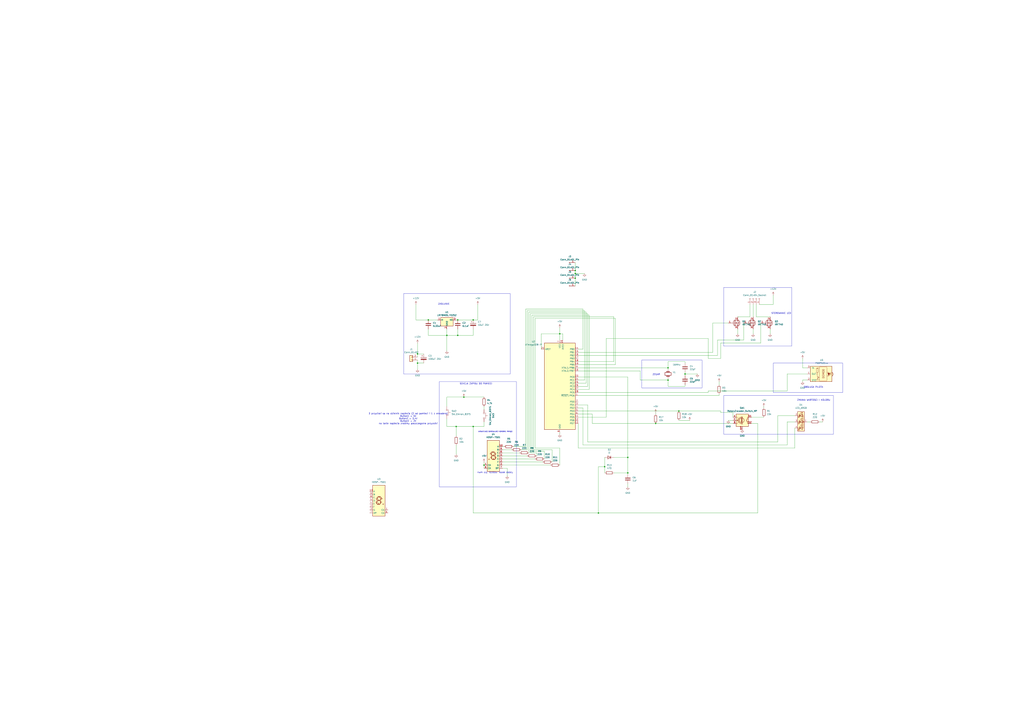
<source format=kicad_sch>
(kicad_sch (version 20231120) (generator "eeschema") (generator_version "8.0")
  (paper "A1")
  (lib_symbols
    (symbol "Connector:Conn_01x01_Pin" (pin_names (offset 1.016) hide)
      (property "Reference" "J" (at 0 2.54 0))
      (property "Value" "Conn_01x01_Pin" (at 0 -2.54 0))
      (symbol "Conn_01x01_Pin_1_1"
        (pin passive line (at 5.08 0 180) (length 3.81) (name "Pin_1") (number "1"))
      )
    )
    (symbol "Connector:Conn_01x04_Socket" (pin_names (offset 1.016) hide)
      (property "Reference" "J" (at 0 5.08 0))
      (property "Value" "Conn_01x04_Socket" (at 0 -7.62 0))
      (symbol "Conn_01x04_Socket_1_1"
        (pin passive line (at -5.08 2.54 0) (length 3.81) (name "Pin_1") (number "1"))
        (pin passive line (at -5.08 0 0) (length 3.81) (name "Pin_2") (number "2"))
        (pin passive line (at -5.08 -2.54 0) (length 3.81) (name "Pin_3") (number "3"))
        (pin passive line (at -5.08 -5.08 0) (length 3.81) (name "Pin_4") (number "4"))
      )
    )
    (symbol "Connector_Generic:Conn_01x02" (pin_names (offset 1.016) hide)
      (property "Reference" "J" (at 0 2.54 0))
      (property "Value" "Conn_01x02" (at 0 -5.08 0))
      (symbol "Conn_01x02_1_1"
        (pin passive line (at -5.08 0 0) (length 3.81) (name "Pin_1") (number "1"))
        (pin passive line (at -5.08 -2.54 0) (length 3.81) (name "Pin_2") (number "2"))
      )
    )
    (symbol "Device:C" (pin_numbers hide) (pin_names (offset 0.254))
      (property "Reference" "C" (at 0.635 2.54 0))
      (property "Value" "C" (at 0.635 -2.54 0))
      (symbol "C_1_1"
        (pin passive line (at 0 3.81 270) (length 2.794) (name "~") (number "1"))
        (pin passive line (at 0 -3.81 90) (length 2.794) (name "~") (number "2"))
      )
    )
    (symbol "Device:C_Polarized" (pin_numbers hide) (pin_names (offset 0.254))
      (property "Reference" "C" (at 0.635 2.54 0))
      (property "Value" "C_Polarized" (at 0.635 -2.54 0))
      (symbol "C_Polarized_1_1"
        (pin passive line (at 0 3.81 270) (length 2.794) (name "~") (number "1"))
        (pin passive line (at 0 -3.81 90) (length 2.794) (name "~") (number "2"))
      )
    )
    (symbol "Device:Crystal" (pin_numbers hide) (pin_names (offset 1.016) hide)
      (property "Reference" "Y" (at 0 3.81 0))
      (property "Value" "Crystal" (at 0 -3.81 0))
      (symbol "Crystal_1_1"
        (pin passive line (at -3.81 0 0) (length 1.27) (name "1") (number "1"))
        (pin passive line (at 3.81 0 180) (length 1.27) (name "2") (number "2"))
      )
    )
    (symbol "Device:D" (pin_numbers hide) (pin_names (offset 1.016) hide)
      (property "Reference" "D" (at 0 2.54 0))
      (property "Value" "D" (at 0 -2.54 0))
      (symbol "D_1_1"
        (pin passive line (at -3.81 0 0) (length 2.54) (name "K") (number "1"))
        (pin passive line (at 3.81 0 180) (length 2.54) (name "A") (number "2"))
      )
    )
    (symbol "Device:LED_ARGB" (pin_names (offset 0) hide)
      (property "Reference" "D" (at 0 9.398 0))
      (property "Value" "LED_ARGB" (at 0 -8.89 0))
      (symbol "LED_ARGB_0_0"
        (text "B" (at -1.905 -6.35 0) (effects (font (size 1.27 1.27))))
        (text "G" (at -1.905 -1.27 0) (effects (font (size 1.27 1.27))))
        (text "R" (at -1.905 3.81 0) (effects (font (size 1.27 1.27))))
      )
      (symbol "LED_ARGB_1_1"
        (pin passive line (at 5.08 0 180) (length 2.54) (name "A") (number "1"))
        (pin passive line (at -5.08 5.08 0) (length 2.54) (name "RK") (number "2"))
        (pin passive line (at -5.08 0 0) (length 2.54) (name "GK") (number "3"))
        (pin passive line (at -5.08 -5.08 0) (length 2.54) (name "BK") (number "4"))
      )
    )
    (symbol "Device:R" (pin_numbers hide) (pin_names (offset 0))
      (property "Reference" "R" (at 2.032 0 90))
      (property "Value" "R" (at 0 0 90))
      (symbol "R_1_1"
        (pin passive line (at 0 3.81 270) (length 1.27) (name "~") (number "1"))
        (pin passive line (at 0 -3.81 90) (length 1.27) (name "~") (number "2"))
      )
    )
    (symbol "Device:RotaryEncoder_Switch_MP" (pin_names (offset 0.254) hide)
      (property "Reference" "SW" (at 0 8.89 0))
      (property "Value" "RotaryEncoder_Switch_MP" (at 0 6.35 0))
      (symbol "RotaryEncoder_Switch_MP_1_1"
        (pin passive line (at -7.62 2.54 0) (length 2.54) (name "A") (number "A"))
        (pin passive line (at -7.62 -2.54 0) (length 2.54) (name "B") (number "B"))
        (pin passive line (at -7.62 0 0) (length 2.54) (name "C") (number "C"))
        (pin passive line (at 0 -7.62 90) (length 2.54) (name "MP") (number "MP"))
        (pin passive line (at 7.62 2.54 180) (length 2.54) (name "S1") (number "S1"))
        (pin passive line (at 7.62 -2.54 180) (length 2.54) (name "S2") (number "S2"))
      )
    )
    (symbol "Display_Character:HDSP-7501"
      (property "Reference" "U" (at -3.81 13.97 0))
      (property "Value" "HDSP-7501" (at 6.35 13.97 0))
      (symbol "HDSP-7501_1_0"
        (text "A" (at 0.254 2.413 0) (effects (font (size 0.508 0.508))))
        (text "B" (at 2.54 1.651 0) (effects (font (size 0.508 0.508))))
        (text "C" (at 2.286 -1.397 0) (effects (font (size 0.508 0.508))))
        (text "D" (at -0.254 -2.159 0) (effects (font (size 0.508 0.508))))
        (text "DP" (at 3.556 -2.921 0) (effects (font (size 0.508 0.508))))
        (text "E" (at -2.54 -1.397 0) (effects (font (size 0.508 0.508))))
        (text "F" (at -2.286 1.651 0) (effects (font (size 0.508 0.508))))
        (text "G" (at 0 0.889 0) (effects (font (size 0.508 0.508))))
      )
      (symbol "HDSP-7501_1_1"
        (pin input line (at 7.62 -7.62 180) (length 2.54) (name "CA") (number "1"))
        (pin input line (at -7.62 7.62 0) (length 2.54) (name "A") (number "10"))
        (pin input line (at -7.62 -5.08 0) (length 2.54) (name "F") (number "2"))
        (pin input line (at -7.62 -7.62 0) (length 2.54) (name "G") (number "3"))
        (pin input line (at -7.62 -2.54 0) (length 2.54) (name "E") (number "4"))
        (pin input line (at -7.62 0 0) (length 2.54) (name "D") (number "5"))
        (pin input line (at 7.62 -10.16 180) (length 2.54) (name "CA") (number "6"))
        (pin input line (at -7.62 -10.16 0) (length 2.54) (name "DP") (number "7"))
        (pin input line (at -7.62 2.54 0) (length 2.54) (name "C") (number "8"))
        (pin input line (at -7.62 5.08 0) (length 2.54) (name "B") (number "9"))
      )
    )
    (symbol "Interface_Optical:TSOP531xx" (pin_names (offset 1.016))
      (property "Reference" "U" (at -10.16 7.62 0))
      (property "Value" "TSOP531xx" (at -10.16 -7.62 0))
      (symbol "TSOP531xx_0_0"
        (text "DEMOD" (at -3.175 0.254 900) (effects (font (size 1.524 1.524))))
      )
      (symbol "TSOP531xx_1_1"
        (pin output line (at 10.16 0 180) (length 2.54) (name "OUT") (number "1"))
        (pin power_in line (at 10.16 -5.08 180) (length 2.54) (name "GND") (number "2"))
        (pin power_in line (at 10.16 5.08 180) (length 2.54) (name "Vs") (number "3"))
      )
    )
    (symbol "MCU_Microchip_ATmega:ATmega328-P"
      (property "Reference" "U" (at -12.7 36.83 0))
      (property "Value" "ATmega328-P" (at 2.54 -36.83 0))
      (symbol "ATmega328-P_1_1"
        (pin bidirectional line (at 15.24 -7.62 180) (length 2.54) (name "~{RESET}/PC6") (number "1"))
        (pin bidirectional line (at 15.24 12.7 180) (length 2.54) (name "XTAL2/PB7") (number "10"))
        (pin bidirectional line (at 15.24 -25.4 180) (length 2.54) (name "PD5") (number "11"))
        (pin bidirectional line (at 15.24 -27.94 180) (length 2.54) (name "PD6") (number "12"))
        (pin bidirectional line (at 15.24 -30.48 180) (length 2.54) (name "PD7") (number "13"))
        (pin bidirectional line (at 15.24 30.48 180) (length 2.54) (name "PB0") (number "14"))
        (pin bidirectional line (at 15.24 27.94 180) (length 2.54) (name "PB1") (number "15"))
        (pin bidirectional line (at 15.24 25.4 180) (length 2.54) (name "PB2") (number "16"))
        (pin bidirectional line (at 15.24 22.86 180) (length 2.54) (name "PB3") (number "17"))
        (pin bidirectional line (at 15.24 20.32 180) (length 2.54) (name "PB4") (number "18"))
        (pin bidirectional line (at 15.24 17.78 180) (length 2.54) (name "PB5") (number "19"))
        (pin bidirectional line (at 15.24 -12.7 180) (length 2.54) (name "PD0") (number "2"))
        (pin power_in line (at 2.54 38.1 270) (length 2.54) (name "AVCC") (number "20"))
        (pin passive line (at -15.24 30.48 0) (length 2.54) (name "AREF") (number "21"))
        (pin passive line (at 0 -38.1 90) (length 2.54) hide (name "GND") (number "22"))
        (pin bidirectional line (at 15.24 7.62 180) (length 2.54) (name "PC0") (number "23"))
        (pin bidirectional line (at 15.24 5.08 180) (length 2.54) (name "PC1") (number "24"))
        (pin bidirectional line (at 15.24 2.54 180) (length 2.54) (name "PC2") (number "25"))
        (pin bidirectional line (at 15.24 0 180) (length 2.54) (name "PC3") (number "26"))
        (pin bidirectional line (at 15.24 -2.54 180) (length 2.54) (name "PC4") (number "27"))
        (pin bidirectional line (at 15.24 -5.08 180) (length 2.54) (name "PC5") (number "28"))
        (pin bidirectional line (at 15.24 -15.24 180) (length 2.54) (name "PD1") (number "3"))
        (pin bidirectional line (at 15.24 -17.78 180) (length 2.54) (name "PD2") (number "4"))
        (pin bidirectional line (at 15.24 -20.32 180) (length 2.54) (name "PD3") (number "5"))
        (pin bidirectional line (at 15.24 -22.86 180) (length 2.54) (name "PD4") (number "6"))
        (pin power_in line (at 0 38.1 270) (length 2.54) (name "VCC") (number "7"))
        (pin power_in line (at 0 -38.1 90) (length 2.54) (name "GND") (number "8"))
        (pin bidirectional line (at 15.24 15.24 180) (length 2.54) (name "XTAL1/PB6") (number "9"))
      )
    )
    (symbol "Regulator_Linear:LM78M05_TO252" (pin_names (offset 0.254))
      (property "Reference" "U" (at -3.81 3.175 0))
      (property "Value" "LM78M05_TO252" (at 0 3.175 0))
      (symbol "LM78M05_TO252_1_1"
        (pin power_in line (at -7.62 0 0) (length 2.54) (name "VI") (number "1"))
        (pin power_in line (at 0 -7.62 90) (length 2.54) (name "GND") (number "2"))
        (pin power_out line (at 7.62 0 180) (length 2.54) (name "VO") (number "3"))
      )
    )
    (symbol "Switch:SW_Omron_B3FS" (pin_numbers hide) (pin_names (offset 1.016) hide)
      (property "Reference" "SW" (at 1.27 2.54 0))
      (property "Value" "SW_Omron_B3FS" (at 0 -1.524 0))
      (symbol "SW_Omron_B3FS_0_1"
        (pin passive line (at -5.08 0 0) (length 2.54) (name "1") (number "1"))
        (pin passive line (at 5.08 0 180) (length 2.54) (name "2") (number "2"))
      )
    )
    (symbol "Transistor_FET:IRF740" (pin_names hide)
      (property "Reference" "Q" (at 5.08 1.905 0))
      (property "Value" "IRF740" (at 5.08 0 0))
      (symbol "IRF740_1_1"
        (pin input line (at -5.08 0 0) (length 2.54) (name "G") (number "1"))
        (pin passive line (at 2.54 5.08 270) (length 2.54) (name "D") (number "2"))
        (pin passive line (at 2.54 -5.08 90) (length 2.54) (name "S") (number "3"))
      )
    )
    (symbol "power:+12V" (power) (pin_numbers hide) (pin_names (offset 0) hide)
      (property "Value" "+12V" (at 0 3.556 0))
      (symbol "+12V_1_1"
        (pin power_in line (at 0 0 90) (length 0) (name "~") (number "1"))
      )
    )
    (symbol "power:+5V" (power) (pin_numbers hide) (pin_names (offset 0) hide)
      (property "Value" "+5V" (at 0 3.556 0))
      (symbol "+5V_1_1"
        (pin power_in line (at 0 0 90) (length 0) (name "~") (number "1"))
      )
    )
    (symbol "power:GND" (power) (pin_numbers hide) (pin_names (offset 0) hide)
      (property "Value" "GND" (at 0 -3.81 0))
      (symbol "GND_1_1"
        (pin power_in line (at 0 0 270) (length 0) (name "~") (number "1"))
      )
    )
  )
  (junction (at 472.44 228.6))
  (junction (at 496.57 383.54))
  (junction (at 397.51 382.27))
  (junction (at 342.9 290.83))
  (junction (at 459.74 274.32))
  (junction (at 388.62 262.89))
  (junction (at 491.49 421.64))
  (junction (at 351.79 262.89))
  (junction (at 538.48 347.98))
  (junction (at 472.44 222.25))
  (junction (at 381 326.39))
  (junction (at 374.65 350.52))
  (junction (at 548.64 302.26))
  (junction (at 515.62 388.62))
  (junction (at 375.92 262.89))
  (junction (at 388.62 350.52))
  (junction (at 557.53 337.82))
  (junction (at 472.44 224.79))
  (junction (at 515.62 375.92))
  (junction (at 375.92 275.59))
  (junction (at 342.9 298.45))
  (junction (at 548.64 312.42))
  (junction (at 562.61 307.34))
  (junction (at 367.03 275.59))
  (wire (pts (xy 462.28 274.32) (xy 459.74 274.32)))
  (wire (pts (xy 351.79 275.59) (xy 367.03 275.59)))
  (wire (pts (xy 439.42 261.62) (xy 505.46 261.62)))
  (wire (pts (xy 452.12 382.27) (xy 412.75 382.27)))
  (wire (pts (xy 585.47 265.43) (xy 585.47 289.56)))
  (wire (pts (xy 474.98 325.12) (xy 590.55 325.12)))
  (wire (pts (xy 342.9 303.53) (xy 342.9 298.45)))
  (wire (pts (xy 478.79 254) (xy 478.79 287.02)))
  (wire (pts (xy 351.79 270.51) (xy 351.79 275.59)))
  (wire (pts (xy 388.62 421.64) (xy 491.49 421.64)))
  (wire (pts (xy 431.8 367.03) (xy 431.8 254)))
  (wire (pts (xy 459.74 269.24) (xy 459.74 274.32)))
  (wire (pts (xy 659.13 312.42) (xy 662.94 312.42)))
  (wire (pts (xy 496.57 383.54) (xy 491.49 383.54)))
  (wire (pts (xy 673.1 346.71) (xy 675.64 346.71)))
  (wire (pts (xy 610.87 279.4) (xy 610.87 265.43)))
  (wire (pts (xy 646.43 365.76) (xy 478.79 365.76)))
  (wire (pts (xy 367.03 270.51) (xy 367.03 275.59)))
  (wire (pts (xy 440.69 372.11) (xy 435.61 372.11)))
  (wire (pts (xy 590.55 323.85) (xy 590.55 325.12)))
  (wire (pts (xy 481.33 314.96) (xy 474.98 314.96)))
  (wire (pts (xy 474.98 337.82) (xy 557.53 337.82)))
  (wire (pts (xy 472.44 222.25) (xy 472.44 224.79)))
  (wire (pts (xy 548.64 317.5) (xy 562.61 317.5)))
  (wire (pts (xy 486.41 340.36) (xy 474.98 340.36)))
  (wire (pts (xy 472.44 215.9) (xy 472.44 222.25)))
  (wire (pts (xy 585.47 265.43) (xy 598.17 265.43)))
  (wire (pts (xy 367.03 326.39) (xy 381 326.39)))
  (wire (pts (xy 438.15 369.57) (xy 453.39 369.57)))
  (wire (pts (xy 480.06 312.42) (xy 474.98 312.42)))
  (wire (pts (xy 397.51 382.27) (xy 397.51 384.81)))
  (wire (pts (xy 426.72 372.11) (xy 412.75 372.11)))
  (wire (pts (xy 342.9 298.45) (xy 347.98 298.45)))
  (wire (pts (xy 618.49 274.32) (xy 618.49 270.51)))
  (wire (pts (xy 397.51 334.01) (xy 397.51 336.55)))
  (wire (pts (xy 665.48 346.71) (xy 662.94 346.71)))
  (wire (pts (xy 525.78 312.42) (xy 548.64 312.42)))
  (wire (pts (xy 581.66 321.31) (xy 646.43 321.31)))
  (wire (pts (xy 557.53 345.44) (xy 566.42 345.44)))
  (wire (pts (xy 474.98 309.88) (xy 515.62 309.88)))
  (wire (pts (xy 617.22 347.98) (xy 622.3 347.98)))
  (wire (pts (xy 392.43 250.19) (xy 392.43 262.89)))
  (wire (pts (xy 562.61 308.61) (xy 562.61 307.34)))
  (wire (pts (xy 474.98 368.3) (xy 474.98 347.98)))
  (wire (pts (xy 548.64 311.15) (xy 548.64 312.42)))
  (wire (pts (xy 617.22 342.9) (xy 627.38 342.9)))
  (wire (pts (xy 482.6 363.22) (xy 482.6 332.74)))
  (wire (pts (xy 646.43 307.34) (xy 662.94 307.34)))
  (wire (pts (xy 440.69 374.65) (xy 440.69 372.11)))
  (wire (pts (xy 591.82 337.82) (xy 557.53 337.82)))
  (wire (pts (xy 433.07 374.65) (xy 412.75 374.65)))
  (wire (pts (xy 434.34 256.54) (xy 481.33 256.54)))
  (wire (pts (xy 459.74 274.32) (xy 459.74 279.4)))
  (wire (pts (xy 388.62 350.52) (xy 374.65 350.52)))
  (wire (pts (xy 646.43 346.71) (xy 646.43 365.76)))
  (wire (pts (xy 621.03 260.35) (xy 621.03 250.19)))
  (wire (pts (xy 562.61 307.34) (xy 572.77 307.34)))
  (wire (pts (xy 548.64 297.18) (xy 562.61 297.18)))
  (wire (pts (xy 632.46 274.32) (xy 632.46 270.51)))
  (wire (pts (xy 474.98 302.26) (xy 548.64 302.26)))
  (wire (pts (xy 342.9 298.45) (xy 342.9 295.91)))
  (wire (pts (xy 374.65 373.38) (xy 374.65 365.76)))
  (wire (pts (xy 548.64 297.18) (xy 548.64 302.26)))
  (wire (pts (xy 367.03 344.17) (xy 367.03 350.52)))
  (wire (pts (xy 590.55 313.69) (xy 590.55 316.23)))
  (wire (pts (xy 515.62 389.89) (xy 515.62 388.62)))
  (wire (pts (xy 605.79 260.35) (xy 615.95 260.35)))
  (wire (pts (xy 482.6 332.74) (xy 474.98 332.74)))
  (wire (pts (xy 646.43 307.34) (xy 646.43 321.31)))
  (wire (pts (xy 421.64 367.03) (xy 431.8 367.03)))
  (wire (pts (xy 659.13 294.64) (xy 659.13 302.26)))
  (wire (pts (xy 435.61 257.81) (xy 482.6 257.81)))
  (wire (pts (xy 436.88 259.08) (xy 483.87 259.08)))
  (wire (pts (xy 375.92 275.59) (xy 375.92 270.51)))
  (wire (pts (xy 397.51 350.52) (xy 388.62 350.52)))
  (wire (pts (xy 439.42 377.19) (xy 412.75 377.19)))
  (wire (pts (xy 591.82 281.94) (xy 624.84 281.94)))
  (wire (pts (xy 491.49 383.54) (xy 491.49 421.64)))
  (wire (pts (xy 459.74 355.6) (xy 459.74 356.87)))
  (wire (pts (xy 478.79 287.02) (xy 474.98 287.02)))
  (wire (pts (xy 416.56 391.16) (xy 416.56 384.81)))
  (wire (pts (xy 486.41 347.98) (xy 486.41 340.36)))
  (wire (pts (xy 591.82 294.64) (xy 591.82 281.94)))
  (wire (pts (xy 438.15 260.35) (xy 438.15 369.57)))
  (wire (pts (xy 497.84 278.13) (xy 581.66 278.13)))
  (wire (pts (xy 341.63 250.19) (xy 341.63 262.89)))
  (wire (pts (xy 581.66 294.64) (xy 591.82 294.64)))
  (wire (pts (xy 388.62 421.64) (xy 388.62 350.52)))
  (wire (pts (xy 439.42 368.3) (xy 459.74 368.3)))
  (wire (pts (xy 381 326.39) (xy 397.51 326.39)))
  (wire (pts (xy 548.64 312.42) (xy 548.64 317.5)))
  (wire (pts (xy 367.03 275.59) (xy 375.92 275.59)))
  (wire (pts (xy 623.57 250.19) (xy 635 250.19)))
  (wire (pts (xy 397.51 346.71) (xy 397.51 350.52)))
  (wire (pts (xy 436.88 370.84) (xy 447.04 370.84)))
  (wire (pts (xy 367.03 350.52) (xy 374.65 350.52)))
  (wire (pts (xy 482.6 363.22) (xy 638.81 363.22)))
  (wire (pts (xy 397.51 379.73) (xy 397.51 382.27)))
  (wire (pts (xy 433.07 369.57) (xy 433.07 255.27)))
  (wire (pts (xy 342.9 290.83) (xy 347.98 290.83)))
  (wire (pts (xy 342.9 290.83) (xy 342.9 293.37)))
  (wire (pts (xy 480.06 255.27) (xy 480.06 312.42)))
  (wire (pts (xy 445.77 379.73) (xy 412.75 379.73)))
  (wire (pts (xy 618.49 250.19) (xy 618.49 260.35)))
  (wire (pts (xy 601.98 339.09) (xy 601.98 342.9)))
  (wire (pts (xy 482.6 257.81) (xy 482.6 317.5)))
  (wire (pts (xy 589.28 279.4) (xy 610.87 279.4)))
  (wire (pts (xy 427.99 369.57) (xy 433.07 369.57)))
  (wire (pts (xy 474.98 304.8) (xy 525.78 304.8)))
  (wire (pts (xy 367.03 275.59) (xy 367.03 288.29)))
  (wire (pts (xy 412.75 367.03) (xy 414.02 367.03)))
  (wire (pts (xy 474.98 289.56) (xy 585.47 289.56)))
  (wire (pts (xy 375.92 275.59) (xy 388.62 275.59)))
  (wire (pts (xy 624.84 281.94) (xy 624.84 265.43)))
  (wire (pts (xy 444.5 274.32) (xy 459.74 274.32)))
  (wire (pts (xy 342.9 281.94) (xy 342.9 290.83)))
  (wire (pts (xy 444.5 287.02) (xy 444.5 274.32)))
  (wire (pts (xy 435.61 257.81) (xy 435.61 372.11)))
  (wire (pts (xy 367.03 334.01) (xy 367.03 326.39)))
  (wire (pts (xy 434.34 372.11) (xy 434.34 256.54)))
  (wire (pts (xy 388.62 262.89) (xy 392.43 262.89)))
  (wire (pts (xy 515.62 400.05) (xy 515.62 397.51)))
  (wire (pts (xy 472.44 224.79) (xy 480.06 224.79)))
  (wire (pts (xy 472.44 228.6) (xy 472.44 234.95)))
  (wire (pts (xy 482.6 317.5) (xy 474.98 317.5)))
  (wire (pts (xy 605.79 274.32) (xy 605.79 270.51)))
  (wire (pts (xy 416.56 384.81) (xy 412.75 384.81)))
  (wire (pts (xy 388.62 270.51) (xy 388.62 275.59)))
  (wire (pts (xy 548.64 302.26) (xy 548.64 303.53)))
  (wire (pts (xy 615.95 260.35) (xy 615.95 250.19)))
  (wire (pts (xy 431.8 254) (xy 478.79 254)))
  (wire (pts (xy 538.48 339.09) (xy 538.48 340.36)))
  (wire (pts (xy 447.04 370.84) (xy 447.04 377.19)))
  (wire (pts (xy 433.07 255.27) (xy 480.06 255.27)))
  (wire (pts (xy 420.37 369.57) (xy 412.75 369.57)))
  (wire (pts (xy 504.19 297.18) (xy 474.98 297.18)))
  (wire (pts (xy 474.98 342.9) (xy 497.84 342.9)))
  (wire (pts (xy 438.15 260.35) (xy 504.19 260.35)))
  (wire (pts (xy 515.62 375.92) (xy 515.62 309.88)))
  (wire (pts (xy 622.3 347.98) (xy 622.3 421.64)))
  (wire (pts (xy 562.61 297.18) (xy 562.61 298.45)))
  (wire (pts (xy 601.98 347.98) (xy 538.48 347.98)))
  (wire (pts (xy 474.98 368.3) (xy 652.78 368.3)))
  (wire (pts (xy 459.74 368.3) (xy 459.74 382.27)))
  (wire (pts (xy 496.57 383.54) (xy 496.57 388.62)))
  (wire (pts (xy 483.87 259.08) (xy 483.87 320.04)))
  (wire (pts (xy 638.81 341.63) (xy 652.78 341.63)))
  (wire (pts (xy 478.79 335.28) (xy 474.98 335.28)))
  (wire (pts (xy 515.62 375.92) (xy 504.19 375.92)))
  (wire (pts (xy 505.46 261.62) (xy 505.46 299.72)))
  (wire (pts (xy 496.57 375.92) (xy 496.57 383.54)))
  (wire (pts (xy 659.13 302.26) (xy 662.94 302.26)))
  (wire (pts (xy 505.46 299.72) (xy 474.98 299.72)))
  (wire (pts (xy 439.42 261.62) (xy 439.42 368.3)))
  (wire (pts (xy 462.28 279.4) (xy 462.28 274.32)))
  (wire (pts (xy 627.38 335.28) (xy 627.38 334.01)))
  (wire (pts (xy 375.92 262.89) (xy 388.62 262.89)))
  (wire (pts (xy 478.79 335.28) (xy 478.79 365.76)))
  (wire (pts (xy 638.81 363.22) (xy 638.81 341.63)))
  (wire (pts (xy 562.61 317.5) (xy 562.61 316.23)))
  (wire (pts (xy 483.87 320.04) (xy 474.98 320.04)))
  (wire (pts (xy 504.19 388.62) (xy 515.62 388.62)))
  (wire (pts (xy 538.48 347.98) (xy 486.41 347.98)))
  (wire (pts (xy 562.61 306.07) (xy 562.61 307.34)))
  (wire (pts (xy 341.63 262.89) (xy 351.79 262.89)))
  (wire (pts (xy 453.39 369.57) (xy 453.39 379.73)))
  (wire (pts (xy 591.82 339.09) (xy 601.98 339.09)))
  (wire (pts (xy 515.62 375.92) (xy 515.62 388.62)))
  (wire (pts (xy 589.28 292.1) (xy 589.28 279.4)))
  (wire (pts (xy 646.43 346.71) (xy 652.78 346.71)))
  (wire (pts (xy 351.79 262.89) (xy 359.41 262.89)))
  (wire (pts (xy 491.49 421.64) (xy 622.3 421.64)))
  (wire (pts (xy 472.44 224.79) (xy 472.44 228.6)))
  (wire (pts (xy 591.82 337.82) (xy 591.82 339.09)))
  (wire (pts (xy 598.17 345.44) (xy 601.98 345.44)))
  (wire (pts (xy 581.66 322.58) (xy 474.98 322.58)))
  (wire (pts (xy 374.65 350.52) (xy 374.65 358.14)))
  (wire (pts (xy 632.46 260.35) (xy 621.03 260.35)))
  (wire (pts (xy 497.84 342.9) (xy 497.84 278.13)))
  (wire (pts (xy 481.33 256.54) (xy 481.33 314.96)))
  (wire (pts (xy 652.78 368.3) (xy 652.78 351.79)))
  (wire (pts (xy 474.98 292.1) (xy 589.28 292.1)))
  (wire (pts (xy 635 242.57) (xy 635 250.19)))
  (wire (pts (xy 374.65 262.89) (xy 375.92 262.89)))
  (wire (pts (xy 581.66 321.31) (xy 581.66 322.58)))
  (wire (pts (xy 525.78 312.42) (xy 525.78 304.8)))
  (wire (pts (xy 504.19 260.35) (xy 504.19 297.18)))
  (wire (pts (xy 581.66 278.13) (xy 581.66 294.64)))
  (wire (pts (xy 436.88 259.08) (xy 436.88 370.84)))
  (wire (pts (xy 659.13 312.42) (xy 659.13 313.69)))
  (rectangle (start 527.05 295.91) (end 576.58 318.77))
  (rectangle (start 635 298.45) (end 692.15 322.58))
  (rectangle (start 594.36 325.12) (end 684.53 356.87))
  (rectangle (start 331.47 241.3) (end 419.1 307.34))
  (rectangle (start 594.36 236.22) (end 650.24 284.48))
  (rectangle (start 360.68 313.69) (end 424.18 400.05))
  (text "STEROWANIE LED" (at 641.604 257.556 0) (effects (font (size 1.27 1.27))))
  (text "3 przyciski sa na dzielnik napiecia (2 od pamieci i 1 z enkodera)\nButton1 = 5V\nButton2 = 3,4V\nButtonE = 2V\nna takie napiecia zrobimy poszczegolne przycsiki" (at 335.28 344.17 0) (effects (font (size 1.27 1.27))))
  (text "ZEGAR" (at 538.988 307.848 0) (effects (font (size 1.27 1.27))))
  (text "SEKCJA ZAPISU DO PAMIECI" (at 390.906 315.468 0) (effects (font (size 1.27 1.27))))
  (text "WYSWIETLACZ OKRESLAJACY KOMORKE PAMIĘCI" (at 406.908 354.838 0) (effects (font (size 0.8 0.8))))
  (text "ZASILANIE" (at 364.49 249.936 0) (effects (font (size 1.27 1.27))))
  (text "OBSŁUGA PILOTA" (at 668.02 318.262 0) (effects (font (size 1.27 1.27))))
  (text "ZMIANA WARTOSCI I KOLORU" (at 668.274 328.93 0) (effects (font (size 1.27 1.27))))
  (text "nwm czy rozstaw nozek dobry\n" (at 406.654 388.366 0) (effects (font (size 1.27 1.27))))
  (symbol (lib_id "power:GND") (at 659.13 313.69 0) (unit 1)
    (property "Reference" "#PWR021" (effects (hide yes)))
    (property "Value" "GND" (at 659.13 318.77 0))
    (property "Description" "Power symbol creates a global label with name \"GND\" , ground" (effects (hide yes)))
  )
  (symbol (lib_id "Connector:Conn_01x01_Pin") (at 467.36 215.9 0) (unit 1)
    (property "Reference" "J3" (at 467.995 210.82 0))
    (property "Value" "Conn_01x01_Pin" (at 467.995 213.36 0))
    (property "Footprint" "Connector_Wire:SolderWire-2.5sqmm_1x01_D2.4mm_OD3.6mm" (effects (hide yes)))
    (property "Description" "Generic connector, single row, 01x01, script generated" (effects (hide yes)))
  )
  (symbol (lib_id "power:+5V") (at 459.74 269.24 0) (unit 1)
    (property "Reference" "#PWR07" (effects (hide yes)))
    (property "Value" "+5V" (at 459.74 264.16 0))
    (property "Description" "Power symbol creates a global label with name \"+5V\"" (effects (hide yes)))
  )
  (symbol (lib_id "Device:R") (at 557.53 341.63 180) (unit 1)
    (property "Reference" "R18" (at 560.07 340.3599 0) (effects (justify right)))
    (property "Value" "10k" (at 560.07 342.8999 0) (effects (justify right)))
    (property "Footprint" "Resistor_SMD:R_0805_2012Metric_Pad1.20x1.40mm_HandSolder" (effects (hide yes)))
    (property "Description" "Resistor" (effects (hide yes)))
  )
  (symbol (lib_id "Connector:Conn_01x01_Pin") (at 467.36 234.95 0) (unit 1)
    (property "Reference" "J6" (at 467.995 229.87 0))
    (property "Value" "Conn_01x01_Pin" (at 467.995 232.41 0))
    (property "Footprint" "Connector_Wire:SolderWire-2.5sqmm_1x01_D2.4mm_OD3.6mm" (effects (hide yes)))
    (property "Description" "Generic connector, single row, 01x01, script generated" (effects (hide yes)))
  )
  (symbol (lib_id "power:GND") (at 605.79 274.32 0) (unit 1)
    (property "Reference" "#PWR012" (effects (hide yes)))
    (property "Value" "GND" (at 605.79 279.4 0))
    (property "Description" "Power symbol creates a global label with name \"GND\" , ground" (effects (hide yes)))
  )
  (symbol (lib_id "Interface_Optical:TSOP531xx") (at 673.1 307.34 0) (mirror y) (unit 1)
    (property "Reference" "U5" (at 674.835 295.91 0))
    (property "Value" "TSOP531xx" (at 674.835 298.45 0))
    (property "Footprint" "OptoDevice:Vishay_MINIMOLD-3Pin" (effects (hide yes)))
    (property "Datasheet" "http://www.vishay.com/docs/82745/tsop531.pdf" (effects (hide yes)))
    (property "Description" "IR Receiver Modules for Remote Control Systems" (effects (hide yes)))
  )
  (symbol (lib_id "Switch:SW_Omron_B3FS") (at 397.51 341.63 270) (unit 1)
    (property "Reference" "SW3" (at 405.13 341.63 0))
    (property "Value" "SW_Omron_B3FS" (at 402.59 341.63 0))
    (property "Footprint" "Button_Switch_SMD:SW_SPST_Omron_B3FS-100xP" (effects (hide yes)))
    (property "Datasheet" "https://omronfs.omron.com/en_US/ecb/products/pdf/en-b3fs.pdf" (effects (hide yes)))
    (property "Description" "Omron B3FS 6x6mm single pole normally-open tactile switch" (effects (hide yes)))
  )
  (symbol (lib_id "Switch:SW_Omron_B3FS") (at 367.03 339.09 270) (unit 1)
    (property "Reference" "SW2" (at 370.84 337.8199 90) (effects (justify left)))
    (property "Value" "SW_Omron_B3FS" (at 370.84 340.3599 90) (effects (justify left)))
    (property "Footprint" "Button_Switch_SMD:SW_SPST_Omron_B3FS-100xP" (effects (hide yes)))
    (property "Datasheet" "https://omronfs.omron.com/en_US/ecb/products/pdf/en-b3fs.pdf" (effects (hide yes)))
    (property "Description" "Omron B3FS 6x6mm single pole normally-open tactile switch" (effects (hide yes)))
  )
  (symbol (lib_id "Device:R") (at 424.18 369.57 90) (unit 1)
    (property "Reference" "R6" (at 424.18 363.22 90))
    (property "Value" "220" (at 424.18 365.76 90))
    (property "Footprint" "Resistor_SMD:R_0805_2012Metric_Pad1.20x1.40mm_HandSolder" (effects (hide yes)))
    (property "Description" "Resistor" (effects (hide yes)))
  )
  (symbol (lib_id "power:+5V") (at 381 326.39 0) (unit 1)
    (property "Reference" "#PWR010" (effects (hide yes)))
    (property "Value" "+5V" (at 381 321.31 0))
    (property "Description" "Power symbol creates a global label with name \"+5V\"" (effects (hide yes)))
  )
  (symbol (lib_id "Device:R") (at 397.51 330.2 0) (unit 1)
    (property "Reference" "R4" (at 400.05 328.9299 0) (effects (justify left)))
    (property "Value" "4,7k" (at 400.05 331.4699 0) (effects (justify left)))
    (property "Footprint" "Resistor_SMD:R_0805_2012Metric_Pad1.20x1.40mm_HandSolder" (effects (hide yes)))
    (property "Description" "Resistor" (effects (hide yes)))
  )
  (symbol (lib_id "power:GND") (at 416.56 391.16 0) (unit 1)
    (property "Reference" "#PWR026" (effects (hide yes)))
    (property "Value" "GND" (at 416.56 396.24 0))
    (property "Description" "Power symbol creates a global label with name \"GND\" , ground" (effects (hide yes)))
  )
  (symbol (lib_id "Device:C_Polarized") (at 347.98 294.64 0) (unit 1)
    (property "Reference" "C3" (at 351.79 292.4809 0) (effects (justify left)))
    (property "Value" "100uF 25V" (at 351.79 295.0209 0) (effects (justify left)))
    (property "Footprint" "Capacitor_THT:CP_Radial_D5.0mm_P2.50mm" (effects (hide yes)))
    (property "Description" "Polarized capacitor" (effects (hide yes)))
  )
  (symbol (lib_id "Device:Crystal") (at 548.64 307.34 90) (unit 1)
    (property "Reference" "Y1" (at 552.45 306.0699 90) (effects (justify right)))
    (property "Value" "16MHz" (at 552.45 299.7199 90) (effects (justify right)))
    (property "Footprint" "Crystal:Crystal_SMD_HC49-SD" (effects (hide yes)))
    (property "Description" "Two pin crystal" (effects (hide yes)))
  )
  (symbol (lib_id "power:GND") (at 342.9 303.53 0) (unit 1)
    (property "Reference" "#PWR05" (effects (hide yes)))
    (property "Value" "GND" (at 342.9 308.61 0))
    (property "Description" "Power symbol creates a global label with name \"GND\" , ground" (effects (hide yes)))
  )
  (symbol (lib_id "Device:R") (at 443.23 377.19 90) (unit 1)
    (property "Reference" "R9" (at 443.23 370.84 90))
    (property "Value" "220" (at 443.23 373.38 90))
    (property "Footprint" "Resistor_SMD:R_0805_2012Metric_Pad1.20x1.40mm_HandSolder" (effects (hide yes)))
    (property "Description" "Resistor" (effects (hide yes)))
  )
  (symbol (lib_id "Connector:Conn_01x01_Pin") (at 467.36 222.25 0) (unit 1)
    (property "Reference" "J4" (at 467.995 217.17 0))
    (property "Value" "Conn_01x01_Pin" (at 467.995 219.71 0))
    (property "Footprint" "Connector_Wire:SolderWire-2.5sqmm_1x01_D2.4mm_OD3.6mm" (effects (hide yes)))
    (property "Description" "Generic connector, single row, 01x01, script generated" (effects (hide yes)))
  )
  (symbol (lib_id "Display_Character:HDSP-7501") (at 405.13 374.65 0) (mirror y) (unit 1)
    (property "Reference" "U4" (at 405.13 356.87 0))
    (property "Value" "HDSP-7501" (at 405.13 359.41 0))
    (property "Footprint" "Display_7Segment:HDSP-A151" (effects (hide yes)))
    (property "Datasheet" "https://docs.broadcom.com/docs/AV02-2553EN" (effects (hide yes)))
    (property "Description" "One digit 7 segment high efficiency red, common anode" (effects (hide yes)))
  )
  (symbol (lib_id "power:GND") (at 515.62 400.05 0) (unit 1)
    (property "Reference" "#PWR030" (effects (hide yes)))
    (property "Value" "GND" (at 515.62 405.13 0))
    (property "Description" "Power symbol creates a global label with name \"GND\" , ground" (effects (hide yes)))
  )
  (symbol (lib_id "Connector_Generic:Conn_01x02") (at 337.82 295.91 180) (unit 1)
    (property "Reference" "J1" (at 337.82 287.02 0))
    (property "Value" "Conn_01x02" (at 337.82 289.56 0))
    (property "Footprint" "Connector_Wire:SolderWire-0.75sqmm_1x02_P7mm_D1.25mm_OD3.5mm" (effects (hide yes)))
    (property "Description" "Generic connector, single row, 01x02, script generated (kicad-library-utils/schlib/autogen/connector/)" (effects (hide yes)))
  )
  (symbol (lib_id "Device:R") (at 430.53 372.11 90) (unit 1)
    (property "Reference" "R7" (at 430.53 365.76 90))
    (property "Value" "220" (at 430.53 368.3 90))
    (property "Footprint" "Resistor_SMD:R_0805_2012Metric_Pad1.20x1.40mm_HandSolder" (effects (hide yes)))
    (property "Description" "Resistor" (effects (hide yes)))
  )
  (symbol (lib_id "Connector:Conn_01x04_Socket") (at 618.49 245.11 90) (unit 1)
    (property "Reference" "J2" (at 619.76 240.03 90))
    (property "Value" "Conn_01x04_Socket" (at 619.76 242.57 90))
    (property "Footprint" "Connector_Wire:SolderWire-0.25sqmm_1x04_P4.5mm_D0.65mm_OD2mm" (effects (hide yes)))
    (property "Description" "Generic connector, single row, 01x04, script generated" (effects (hide yes)))
  )
  (symbol (lib_id "power:GND") (at 374.65 373.38 0) (unit 1)
    (property "Reference" "#PWR011" (effects (hide yes)))
    (property "Value" "GND" (at 374.65 378.46 0))
    (property "Description" "Power symbol creates a global label with name \"GND\" , ground" (effects (hide yes)))
  )
  (symbol (lib_id "power:+5V") (at 590.55 313.69 0) (unit 1)
    (property "Reference" "#PWR09" (effects (hide yes)))
    (property "Value" "+5V" (at 590.55 308.61 0))
    (property "Description" "Power symbol creates a global label with name \"+5V\"" (effects (hide yes)))
  )
  (symbol (lib_id "Device:R") (at 627.38 339.09 0) (unit 1)
    (property "Reference" "R1" (at 629.92 337.8199 0) (effects (justify left)))
    (property "Value" "15k" (at 629.92 340.3599 0) (effects (justify left)))
    (property "Footprint" "Resistor_SMD:R_0805_2012Metric_Pad1.20x1.40mm_HandSolder" (effects (hide yes)))
    (property "Description" "Resistor" (effects (hide yes)))
  )
  (symbol (lib_id "Device:C_Polarized") (at 388.62 266.7 0) (unit 1)
    (property "Reference" "C7" (at 392.43 264.5409 0) (effects (justify left)))
    (property "Value" "10uF 25V" (at 392.43 267.0809 0) (effects (justify left)))
    (property "Footprint" "Capacitor_THT:CP_Radial_D5.0mm_P2.50mm" (effects (hide yes)))
    (property "Description" "Polarized capacitor" (effects (hide yes)))
  )
  (symbol (lib_id "power:GND") (at 598.17 345.44 0) (unit 1)
    (property "Reference" "#PWR015" (effects (hide yes)))
    (property "Value" "GND" (at 598.17 350.52 0))
    (property "Description" "Power symbol creates a global label with name \"GND\" , ground" (effects (hide yes)))
  )
  (symbol (lib_id "power:+5V") (at 397.51 379.73 0) (unit 1)
    (property "Reference" "#PWR022" (effects (hide yes)))
    (property "Value" "+5V" (at 397.51 374.65 0))
    (property "Description" "Power symbol creates a global label with name \"+5V\"" (effects (hide yes)))
  )
  (symbol (lib_id "Device:C") (at 351.79 266.7 0) (unit 1)
    (property "Reference" "C1" (at 355.6 265.4299 0) (effects (justify left)))
    (property "Value" "0.33uF" (at 355.6 267.9699 0) (effects (justify left)))
    (property "Footprint" "Capacitor_SMD:C_1206_3216Metric_Pad1.33x1.80mm_HandSolder" (effects (hide yes)))
    (property "Description" "Unpolarized capacitor" (effects (hide yes)))
  )
  (symbol (lib_id "power:+5V") (at 392.43 250.19 0) (unit 1)
    (property "Reference" "#PWR01" (effects (hide yes)))
    (property "Value" "+5V" (at 392.43 245.11 0))
    (property "Description" "Power symbol creates a global label with name \"+5V\"" (effects (hide yes)))
  )
  (symbol (lib_id "power:+5V") (at 675.64 346.71 0) (unit 1)
    (property "Reference" "#PWR019" (effects (hide yes)))
    (property "Value" "+5V" (at 675.64 341.63 0))
    (property "Description" "Power symbol creates a global label with name \"+5V\"" (effects (hide yes)))
  )
  (symbol (lib_id "Device:R") (at 669.29 346.71 90) (unit 1)
    (property "Reference" "R12" (at 669.29 340.36 90))
    (property "Value" "220" (at 669.29 342.9 90))
    (property "Footprint" "Resistor_SMD:R_0805_2012Metric_Pad1.20x1.40mm_HandSolder" (effects (hide yes)))
    (property "Description" "Resistor" (effects (hide yes)))
  )
  (symbol (lib_id "power:GND") (at 609.6 353.06 0) (unit 1)
    (property "Reference" "#PWR025" (effects (hide yes)))
    (property "Value" "GND" (at 609.6 358.14 0))
    (property "Description" "Power symbol creates a global label with name \"GND\" , ground" (effects (hide yes)))
  )
  (symbol (lib_id "power:GND") (at 480.06 224.79 0) (unit 1)
    (property "Reference" "#PWR016" (effects (hide yes)))
    (property "Value" "GND" (at 480.06 229.87 0))
    (property "Description" "Power symbol creates a global label with name \"GND\" , ground" (effects (hide yes)))
  )
  (symbol (lib_id "Device:C") (at 515.62 393.7 0) (unit 1)
    (property "Reference" "C6" (at 519.43 392.4299 0) (effects (justify left)))
    (property "Value" "1uF" (at 519.43 394.9699 0) (effects (justify left)))
    (property "Footprint" "Capacitor_SMD:C_1206_3216Metric_Pad1.33x1.80mm_HandSolder" (effects (hide yes)))
    (property "Description" "Unpolarized capacitor" (effects (hide yes)))
  )
  (symbol (lib_id "power:+5V") (at 566.42 345.44 0) (unit 1)
    (property "Reference" "#PWR028" (effects (hide yes)))
    (property "Value" "+5V" (at 566.42 340.36 0))
    (property "Description" "Power symbol creates a global label with name \"+5V\"" (effects (hide yes)))
  )
  (symbol (lib_id "power:GND") (at 632.46 274.32 0) (unit 1)
    (property "Reference" "#PWR014" (effects (hide yes)))
    (property "Value" "GND" (at 632.46 279.4 0))
    (property "Description" "Power symbol creates a global label with name \"GND\" , ground" (effects (hide yes)))
  )
  (symbol (lib_id "Device:R") (at 374.65 361.95 0) (unit 1)
    (property "Reference" "R2" (at 377.19 360.6799 0) (effects (justify left)))
    (property "Value" "10k" (at 377.19 363.2199 0) (effects (justify left)))
    (property "Footprint" "Resistor_SMD:R_0805_2012Metric_Pad1.20x1.40mm_HandSolder" (effects (hide yes)))
    (property "Description" "Resistor" (effects (hide yes)))
  )
  (symbol (lib_id "power:GND") (at 459.74 356.87 0) (unit 1)
    (property "Reference" "#PWR06" (effects (hide yes)))
    (property "Value" "GND" (at 459.74 361.95 0))
    (property "Description" "Power symbol creates a global label with name \"GND\" , ground" (effects (hide yes)))
  )
  (symbol (lib_id "power:+12V") (at 635 242.57 0) (unit 1)
    (property "Reference" "#PWR023" (effects (hide yes)))
    (property "Value" "+12V" (at 635 237.49 0))
    (property "Description" "Power symbol creates a global label with name \"+12V\"" (effects (hide yes)))
  )
  (symbol (lib_id "Device:LED_ARGB") (at 657.86 346.71 0) (unit 1)
    (property "Reference" "D1" (at 657.86 332.74 0))
    (property "Value" "LED_ARGB" (at 657.86 335.28 0))
    (property "Footprint" "LED_THT:LED_D5.0mm-4_RGB" (effects (hide yes)))
    (property "Description" "RGB LED, anode/red/green/blue" (effects (hide yes)))
  )
  (symbol (lib_id "power:GND") (at 367.03 288.29 0) (unit 1)
    (property "Reference" "#PWR03" (effects (hide yes)))
    (property "Value" "GND" (at 367.03 293.37 0))
    (property "Description" "Power symbol creates a global label with name \"GND\" , ground" (effects (hide yes)))
  )
  (symbol (lib_id "Device:R") (at 436.88 374.65 90) (unit 1)
    (property "Reference" "R8" (at 436.88 368.3 90))
    (property "Value" "220" (at 436.88 370.84 90))
    (property "Footprint" "Resistor_SMD:R_0805_2012Metric_Pad1.20x1.40mm_HandSolder" (effects (hide yes)))
    (property "Description" "Resistor" (effects (hide yes)))
  )
  (symbol (lib_id "Device:R") (at 538.48 344.17 180) (unit 1)
    (property "Reference" "R17" (at 541.02 342.8999 0) (effects (justify right)))
    (property "Value" "10k" (at 541.02 345.4399 0) (effects (justify right)))
    (property "Footprint" "Resistor_SMD:R_0805_2012Metric_Pad1.20x1.40mm_HandSolder" (effects (hide yes)))
    (property "Description" "Resistor" (effects (hide yes)))
  )
  (symbol (lib_id "power:+12V") (at 342.9 281.94 0) (unit 1)
    (property "Reference" "#PWR04" (effects (hide yes)))
    (property "Value" "+12V" (at 342.9 276.86 0))
    (property "Description" "Power symbol creates a global label with name \"+12V\"" (effects (hide yes)))
  )
  (symbol (lib_id "power:GND") (at 572.77 307.34 0) (unit 1)
    (property "Reference" "#PWR08" (effects (hide yes)))
    (property "Value" "GND" (at 572.77 312.42 0))
    (property "Description" "Power symbol creates a global label with name \"GND\" , ground" (effects (hide yes)))
  )
  (symbol (lib_id "Transistor_FET:IRF740") (at 629.92 265.43 0) (unit 1)
    (property "Reference" "Q3" (at 636.27 264.1599 0) (effects (justify left)))
    (property "Value" "IRF740" (at 636.27 266.6999 0) (effects (justify left)))
    (property "Footprint" "Package_TO_SOT_THT:TO-220-3_Vertical" (effects (hide yes)))
    (property "Datasheet" "http://www.vishay.com/docs/91054/91054.pdf" (effects (hide yes)))
    (property "Description" "10A Id, 400V Vds, N-Channel Power MOSFET, 500mOhm Rds, TO-220AB" (effects (hide yes)))
  )
  (symbol (lib_id "Device:R") (at 455.93 382.27 90) (unit 1)
    (property "Reference" "R11" (at 455.93 375.92 90))
    (property "Value" "220" (at 455.93 378.46 90))
    (property "Footprint" "Resistor_SMD:R_0805_2012Metric_Pad1.20x1.40mm_HandSolder" (effects (hide yes)))
    (property "Description" "Resistor" (effects (hide yes)))
  )
  (symbol (lib_id "power:+5V") (at 627.38 334.01 0) (unit 1)
    (property "Reference" "#PWR017" (effects (hide yes)))
    (property "Value" "+5V" (at 627.38 328.93 0))
    (property "Description" "Power symbol creates a global label with name \"+5V\"" (effects (hide yes)))
  )
  (symbol (lib_id "MCU_Microchip_ATmega:ATmega328-P") (at 459.74 317.5 0) (unit 1)
    (property "Reference" "U2" (at 438.15 280.7014 0))
    (property "Value" "ATmega328-P" (at 438.15 283.2414 0))
    (property "Footprint" "Package_DIP:DIP-28_W7.62mm_Socket" (effects (hide yes)))
    (property "Datasheet" "http://ww1.microchip.com/downloads/en/DeviceDoc/ATmega328_P%20AVR%20MCU%20with%20picoPower%20Technology%20Data%20Sheet%2040001984A.pdf" (effects (hide yes)))
    (property "Description" "20MHz, 32kB Flash, 2kB SRAM, 1kB EEPROM, DIP-28" (effects (hide yes)))
  )
  (symbol (lib_id "Device:R") (at 449.58 379.73 90) (unit 1)
    (property "Reference" "R10" (at 449.58 373.38 90))
    (property "Value" "220" (at 449.58 375.92 90))
    (property "Footprint" "Resistor_SMD:R_0805_2012Metric_Pad1.20x1.40mm_HandSolder" (effects (hide yes)))
    (property "Description" "Resistor" (effects (hide yes)))
  )
  (symbol (lib_id "Device:C") (at 375.92 266.7 0) (unit 1)
    (property "Reference" "C2" (at 379.73 265.4299 0) (effects (justify left)))
    (property "Value" "0.1uF" (at 379.73 267.9699 0) (effects (justify left)))
    (property "Footprint" "Capacitor_SMD:C_1206_3216Metric_Pad1.33x1.80mm_HandSolder" (effects (hide yes)))
    (property "Description" "Unpolarized capacitor" (effects (hide yes)))
  )
  (symbol (lib_id "power:GND") (at 618.49 274.32 0) (unit 1)
    (property "Reference" "#PWR013" (effects (hide yes)))
    (property "Value" "GND" (at 618.49 279.4 0))
    (property "Description" "Power symbol creates a global label with name \"GND\" , ground" (effects (hide yes)))
  )
  (symbol (lib_id "power:+5V") (at 659.13 294.64 0) (unit 1)
    (property "Reference" "#PWR020" (effects (hide yes)))
    (property "Value" "+5V" (at 659.13 289.56 0))
    (property "Description" "Power symbol creates a global label with name \"+5V\"" (effects (hide yes)))
  )
  (symbol (lib_id "Device:C") (at 562.61 312.42 0) (unit 1)
    (property "Reference" "C5" (at 566.42 311.1499 0) (effects (justify left)))
    (property "Value" "22pF" (at 566.42 313.6899 0) (effects (justify left)))
    (property "Footprint" "Capacitor_SMD:C_1206_3216Metric_Pad1.33x1.80mm_HandSolder" (effects (hide yes)))
    (property "Description" "Unpolarized capacitor" (effects (hide yes)))
  )
  (symbol (lib_id "Device:R") (at 590.55 320.04 0) (unit 1)
    (property "Reference" "R3" (at 593.09 318.7699 0) (effects (justify left)))
    (property "Value" "10k" (at 593.09 321.3099 0) (effects (justify left)))
    (property "Footprint" "Resistor_SMD:R_0805_2012Metric_Pad1.20x1.40mm_HandSolder" (effects (hide yes)))
    (property "Description" "Resistor" (effects (hide yes)))
  )
  (symbol (lib_id "Device:R") (at 417.83 367.03 90) (unit 1)
    (property "Reference" "R5" (at 417.83 360.68 90))
    (property "Value" "220" (at 417.83 363.22 90))
    (property "Footprint" "Resistor_SMD:R_0805_2012Metric_Pad1.20x1.40mm_HandSolder" (effects (hide yes)))
    (property "Description" "Resistor" (effects (hide yes)))
  )
  (symbol (lib_id "power:+12V") (at 341.63 250.19 0) (unit 1)
    (property "Reference" "#PWR02" (effects (hide yes)))
    (property "Value" "+12V" (at 341.63 245.11 0))
    (property "Description" "Power symbol creates a global label with name \"+12V\"" (effects (hide yes)))
  )
  (symbol (lib_id "Transistor_FET:IRF740") (at 615.95 265.43 0) (unit 1)
    (property "Reference" "Q2" (at 622.3 264.1599 0) (effects (justify left)))
    (property "Value" "IRF740" (at 622.3 266.6999 0) (effects (justify left)))
    (property "Footprint" "Package_TO_SOT_THT:TO-220-3_Vertical" (effects (hide yes)))
    (property "Datasheet" "http://www.vishay.com/docs/91054/91054.pdf" (effects (hide yes)))
    (property "Description" "10A Id, 400V Vds, N-Channel Power MOSFET, 500mOhm Rds, TO-220AB" (effects (hide yes)))
  )
  (symbol (lib_id "power:+5V") (at 538.48 339.09 0) (unit 1)
    (property "Reference" "#PWR029" (effects (hide yes)))
    (property "Value" "+5V" (at 538.48 334.01 0))
    (property "Description" "Power symbol creates a global label with name \"+5V\"" (effects (hide yes)))
  )
  (symbol (lib_id "Connector:Conn_01x01_Pin") (at 467.36 228.6 0) (unit 1)
    (property "Reference" "J5" (at 467.995 223.52 0))
    (property "Value" "Conn_01x01_Pin" (at 467.995 226.06 0))
    (property "Footprint" "Connector_Wire:SolderWire-2.5sqmm_1x01_D2.4mm_OD3.6mm" (effects (hide yes)))
    (property "Description" "Generic connector, single row, 01x01, script generated" (effects (hide yes)))
  )
  (symbol (lib_id "Device:D") (at 500.38 375.92 180) (unit 1)
    (property "Reference" "D2" (at 500.38 369.57 0))
    (property "Value" "D" (at 500.38 372.11 0))
    (property "Footprint" "Diode_SMD:D_MiniMELF" (effects (hide yes)))
    (property "Description" "Diode" (effects (hide yes)))
    (property "Sim.Device" "D" (effects (hide yes)))
    (property "Sim.Pins" "1=K 2=A" (effects (hide yes)))
  )
  (symbol (lib_id "Device:R") (at 500.38 388.62 90) (unit 1)
    (property "Reference" "R13" (at 500.38 382.27 90))
    (property "Value" "470" (at 500.38 384.81 90))
    (property "Footprint" "Resistor_SMD:R_0805_2012Metric_Pad1.20x1.40mm_HandSolder" (effects (hide yes)))
    (property "Description" "Resistor" (effects (hide yes)))
  )
  (symbol (lib_id "Device:C") (at 562.61 302.26 0) (unit 1)
    (property "Reference" "C4" (at 566.42 300.9899 0) (effects (justify left)))
    (property "Value" "22pF" (at 566.42 303.5299 0) (effects (justify left)))
    (property "Footprint" "Capacitor_SMD:C_1206_3216Metric_Pad1.33x1.80mm_HandSolder" (effects (hide yes)))
    (property "Description" "Unpolarized capacitor" (effects (hide yes)))
  )
  (symbol (lib_id "Transistor_FET:IRF740") (at 603.25 265.43 0) (unit 1)
    (property "Reference" "Q1" (at 609.6 264.1599 0) (effects (justify left)))
    (property "Value" "IRF740" (at 609.6 266.6999 0) (effects (justify left)))
    (property "Footprint" "Package_TO_SOT_THT:TO-220-3_Vertical" (effects (hide yes)))
    (property "Datasheet" "http://www.vishay.com/docs/91054/91054.pdf" (effects (hide yes)))
    (property "Description" "10A Id, 400V Vds, N-Channel Power MOSFET, 500mOhm Rds, TO-220AB" (effects (hide yes)))
  )
  (symbol (lib_id "Display_Character:HDSP-7501") (at 311.15 411.48 0) (unit 1)
    (property "Reference" "U3" (at 311.15 393.7 0))
    (property "Value" "HDSP-7501" (at 311.15 396.24 0))
    (property "Footprint" "Display_7Segment:HDSP-A151" (effects (hide yes)))
    (property "Datasheet" "https://docs.broadcom.com/docs/AV02-2553EN" (effects (hide yes)))
    (property "Description" "One digit 7 segment high efficiency red, common anode" (effects (hide yes)))
  )
  (symbol (lib_id "Regulator_Linear:LM78M05_TO252") (at 367.03 262.89 0) (unit 1)
    (property "Reference" "U1" (at 367.03 256.54 0))
    (property "Value" "LM78M05_TO252" (at 367.03 259.08 0))
    (property "Footprint" "Package_TO_SOT_SMD:TO-252-2" (effects (hide yes)))
    (property "Datasheet" "https://www.onsemi.com/pub/Collateral/MC78M00-D.PDF" (effects (hide yes)))
    (property "Description" "Positive 500mA 35V Linear Regulator, Fixed Output 5V, TO-252 (D-PAK)" (effects (hide yes)))
  )
  (symbol (lib_id "Device:RotaryEncoder_Switch_MP") (at 609.6 345.44 0) (unit 1)
    (property "Reference" "SW1" (at 609.6 335.28 0))
    (property "Value" "RotaryEncoder_Switch_MP" (at 609.6 337.82 0))
    (property "Footprint" "Rotary_Encoder:RotaryEncoder_Alps_EC11E-Switch_Vertical_H20mm" (effects (hide yes)))
    (property "Description" "Rotary encoder, dual channel, incremental quadrate outputs, with switch and MP Pin" (effects (hide yes)))
  )
)
</source>
